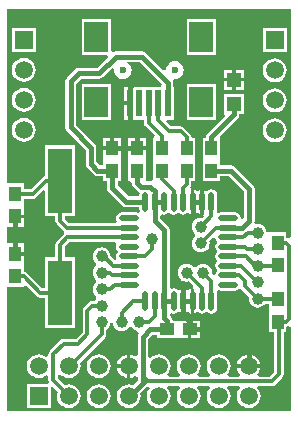
<source format=gtl>
%FSLAX44Y44*%
%MOMM*%
G71*
G01*
G75*
G04 Layer_Physical_Order=1*
G04 Layer_Color=255*
%ADD10R,1.2000X1.2000*%
%ADD11R,1.0000X1.3000*%
%ADD12R,2.0000X5.5000*%
%ADD13O,0.5000X1.6500*%
%ADD14O,1.6500X0.5000*%
%ADD15R,1.3000X1.0000*%
%ADD16R,2.0000X2.5000*%
%ADD17R,0.5000X2.3000*%
%ADD18C,0.3000*%
%ADD19C,0.4000*%
%ADD20C,0.2000*%
%ADD21C,1.5000*%
%ADD22R,1.5000X1.5000*%
%ADD23R,1.5000X1.5000*%
%ADD24C,0.6000*%
%ADD25C,1.0000*%
G36*
X245000Y152093D02*
X243236Y151151D01*
X243061Y151268D01*
X242802Y151319D01*
X241500Y151578D01*
Y156500D01*
X226500D01*
Y156500D01*
X224499D01*
X224307Y157958D01*
X223551Y159782D01*
X222349Y161349D01*
X220782Y162551D01*
X218958Y163307D01*
X217000Y163565D01*
X215728Y163397D01*
X214361Y164857D01*
X214588Y166000D01*
Y193000D01*
X214239Y194756D01*
X213244Y196244D01*
X197744Y211744D01*
X196256Y212739D01*
X194500Y213088D01*
X185500D01*
Y217086D01*
X185500D01*
X185500Y217086D01*
X185500Y217500D01*
Y218000D01*
Y218500D01*
X185500Y218914D01*
X185500Y218914D01*
X185500D01*
Y236500D01*
X185500Y236500D01*
X185500D01*
X185057Y237569D01*
X200244Y252756D01*
X201239Y254244D01*
X201588Y256000D01*
X201588Y256000D01*
Y256000D01*
Y256000D01*
X201588D01*
X201588D01*
X201588Y256000D01*
X205500D01*
Y273000D01*
X188500D01*
Y256000D01*
X188500Y256000D01*
X188500D01*
X189089Y254578D01*
X174756Y240244D01*
X173761Y238756D01*
X173412Y237000D01*
Y236500D01*
X170500D01*
Y218914D01*
X170500D01*
X170500Y218914D01*
X170500Y218500D01*
Y217500D01*
D01*
D01*
X170500D01*
Y199500D01*
X185500D01*
Y203912D01*
X192600D01*
X205412Y191099D01*
Y169066D01*
X203866Y167798D01*
X202848Y168000D01*
X202460Y169951D01*
X201355Y171605D01*
X199701Y172710D01*
X197750Y173098D01*
X186250D01*
X184299Y172710D01*
X183842Y172405D01*
X183590Y172540D01*
X182358Y173772D01*
X182710Y174299D01*
X183098Y176250D01*
Y187750D01*
X182710Y189701D01*
X181605Y191355D01*
X179951Y192460D01*
X178000Y192848D01*
X176049Y192460D01*
X174395Y191355D01*
X173605D01*
X171951Y192460D01*
X171500Y192550D01*
Y181998D01*
Y171450D01*
X170846Y171320D01*
X171539Y170025D01*
X170400Y168380D01*
X169000Y168565D01*
X167042Y168307D01*
X165218Y167551D01*
X163651Y166349D01*
X162449Y164782D01*
X161693Y162958D01*
X161435Y161000D01*
X161693Y159042D01*
X162449Y157218D01*
X163651Y155651D01*
X164499Y155000D01*
Y153000D01*
X163651Y152349D01*
X162449Y150782D01*
X161693Y148958D01*
X161435Y147000D01*
X161693Y145042D01*
X162449Y143218D01*
X163651Y141651D01*
X165218Y140449D01*
X167042Y139693D01*
X169000Y139435D01*
X170958Y139693D01*
X172782Y140449D01*
X174349Y141651D01*
X175551Y143218D01*
X176307Y145042D01*
X176565Y147000D01*
X176356Y148588D01*
X179422Y151655D01*
X181336Y151074D01*
X181540Y150049D01*
X182645Y148395D01*
Y147605D01*
X181540Y145951D01*
X181152Y144000D01*
X181540Y142049D01*
X182645Y140395D01*
Y139605D01*
X181540Y137951D01*
X181152Y136000D01*
X181540Y134049D01*
X182645Y132395D01*
Y131605D01*
X181540Y129951D01*
X181152Y128000D01*
X181540Y126049D01*
X182645Y124395D01*
Y123605D01*
X181540Y121951D01*
X181170Y120092D01*
X180326Y119836D01*
X179909Y119753D01*
X178449Y121120D01*
X178565Y122000D01*
X178307Y123958D01*
X177551Y125782D01*
X176349Y127349D01*
X174782Y128551D01*
X172958Y129307D01*
X171000Y129565D01*
X169042Y129307D01*
X167218Y128551D01*
X165651Y127349D01*
X165000Y126501D01*
X163000D01*
X162349Y127349D01*
X160782Y128551D01*
X158958Y129307D01*
X157000Y129565D01*
X155042Y129307D01*
X153218Y128551D01*
X151651Y127349D01*
X150449Y125782D01*
X149693Y123958D01*
X149435Y122000D01*
X149693Y120042D01*
X150449Y118218D01*
X151651Y116651D01*
X153218Y115449D01*
X155042Y114693D01*
X157000Y114435D01*
X158588Y114644D01*
X162396Y110837D01*
X162164Y109674D01*
X161908Y108830D01*
X162000Y108848D01*
X163500Y108550D01*
Y97998D01*
Y87450D01*
X163951Y87540D01*
X165605Y88645D01*
X166395D01*
X168049Y87540D01*
X170000Y87152D01*
X171951Y87540D01*
X173605Y88645D01*
X174395D01*
X176049Y87540D01*
X178000Y87152D01*
X179951Y87540D01*
X181605Y88645D01*
X182710Y90299D01*
X183098Y92250D01*
Y103750D01*
X182710Y105701D01*
X182358Y106228D01*
X183590Y107460D01*
X183842Y107595D01*
X184299Y107290D01*
X186250Y106902D01*
X197750D01*
X199701Y107290D01*
X201355Y108395D01*
X201355Y108395D01*
X201355Y108395D01*
X202232Y109439D01*
D01*
D01*
X203116Y108116D01*
X209644Y101588D01*
X209435Y100000D01*
X209693Y98042D01*
X210449Y96218D01*
X211651Y94651D01*
X213218Y93449D01*
X215042Y92693D01*
X217000Y92435D01*
X218958Y92693D01*
X220782Y93449D01*
X222349Y94651D01*
X223324Y95922D01*
X226500D01*
Y90500D01*
X226500Y90500D01*
X226500Y89500D01*
X226500D01*
Y71500D01*
X230922D01*
Y37689D01*
X227311Y34078D01*
X217986D01*
X217014Y35345D01*
X216754Y35872D01*
X218285Y37867D01*
X219293Y40300D01*
X219439Y41410D01*
X199661D01*
X199807Y40300D01*
X200815Y37867D01*
X202346Y35872D01*
X202086Y35345D01*
X201114Y34078D01*
X192586D01*
X191614Y35345D01*
X191354Y35872D01*
X192885Y37867D01*
X193893Y40300D01*
X194236Y42910D01*
X193893Y45521D01*
X192885Y47953D01*
X191282Y50042D01*
X189193Y51645D01*
X186761Y52653D01*
X184150Y52996D01*
X181539Y52653D01*
X179107Y51645D01*
X177018Y50042D01*
X175415Y47953D01*
X174407Y45521D01*
X174064Y42910D01*
X174407Y40300D01*
X175415Y37867D01*
X176946Y35872D01*
X176686Y35345D01*
X175714Y34078D01*
X167186D01*
X166214Y35345D01*
X165954Y35872D01*
X167485Y37867D01*
X168493Y40300D01*
X168836Y42910D01*
X168493Y45521D01*
X167485Y47953D01*
X165882Y50042D01*
X163793Y51645D01*
X161360Y52653D01*
X158750Y52996D01*
X156139Y52653D01*
X153707Y51645D01*
X151618Y50042D01*
X150015Y47953D01*
X149007Y45521D01*
X148664Y42910D01*
X149007Y40300D01*
X150015Y37867D01*
X151546Y35872D01*
X151286Y35345D01*
X150314Y34078D01*
X141786D01*
X140814Y35345D01*
X140554Y35872D01*
X142085Y37867D01*
X143093Y40300D01*
X143436Y42910D01*
X143093Y45521D01*
X142085Y47953D01*
X140482Y50042D01*
X138393Y51645D01*
X135961Y52653D01*
X133350Y52996D01*
X130739Y52653D01*
X128307Y51645D01*
X126382Y50168D01*
X125464Y50620D01*
X124588Y51293D01*
Y66100D01*
X127900Y69412D01*
X131500D01*
Y66500D01*
X149500D01*
X149500Y66500D01*
Y66500D01*
X149500D01*
X150500D01*
X150914Y66500D01*
X150914Y66500D01*
Y66500D01*
X158000D01*
Y73998D01*
Y81500D01*
X150914D01*
Y81500D01*
X150914Y81500D01*
X150500Y81500D01*
X150000D01*
X149500D01*
X149086Y81500D01*
X149086Y81500D01*
Y81500D01*
X145088D01*
Y81500D01*
X144739Y83256D01*
X143744Y84744D01*
X142588Y85900D01*
Y86254D01*
X144134Y87523D01*
X146000Y87152D01*
X147951Y87540D01*
X149605Y88645D01*
X150395D01*
X152049Y87540D01*
X152500Y87450D01*
Y97998D01*
Y108550D01*
X152049Y108460D01*
X150395Y107355D01*
X149605D01*
X147951Y108460D01*
X146000Y108848D01*
X144134Y108477D01*
X142588Y109746D01*
Y158000D01*
X142239Y159756D01*
X141244Y161244D01*
X134588Y167901D01*
Y170254D01*
X136134Y171523D01*
X138000Y171152D01*
X139951Y171540D01*
X141605Y172645D01*
X142395D01*
X144049Y171540D01*
X146000Y171152D01*
X147951Y171540D01*
X149605Y172645D01*
X150395D01*
X152049Y171540D01*
X154000Y171152D01*
X155951Y171540D01*
X157605Y172645D01*
X158395D01*
X160049Y171540D01*
X160500Y171450D01*
Y181998D01*
Y192550D01*
X161292Y192708D01*
X160789Y193211D01*
X160034Y194341D01*
X160768Y195439D01*
X160819Y195698D01*
X161078Y197000D01*
X161078Y197000D01*
Y199500D01*
X164500D01*
Y217500D01*
D01*
Y217500D01*
X164500Y217500D01*
Y218500D01*
X164500D01*
Y236500D01*
X163578D01*
X161078Y237000D01*
X160819Y238302D01*
X160768Y238561D01*
X159884Y239884D01*
X154884Y244884D01*
X153561Y245768D01*
X153302Y245819D01*
X152000Y246078D01*
X152000Y246078D01*
X143689D01*
X139945Y249822D01*
X140711Y251670D01*
X146000D01*
Y279670D01*
X145588D01*
Y283000D01*
X145588Y283000D01*
X145588Y283000D01*
Y283000D01*
X145588D01*
X145588Y283000D01*
X145251Y284696D01*
X146618Y286156D01*
X147000Y286105D01*
X148958Y286363D01*
X150782Y287119D01*
X152349Y288321D01*
X153551Y289888D01*
X154307Y291712D01*
X154565Y293670D01*
X154307Y295628D01*
X153551Y297452D01*
X152349Y299019D01*
X150782Y300221D01*
X148958Y300977D01*
X147000Y301235D01*
X145042Y300977D01*
X143218Y300221D01*
X141651Y299019D01*
X140449Y297452D01*
X139693Y295628D01*
X139435Y293670D01*
X137123Y293366D01*
X122244Y308244D01*
X120756Y309239D01*
X119000Y309588D01*
X97000D01*
X95244Y309239D01*
X94764Y308918D01*
X93000Y309861D01*
Y336670D01*
X68000D01*
Y306670D01*
X89568D01*
X90334Y304822D01*
X81100Y295588D01*
X66000D01*
X64244Y295239D01*
X62756Y294244D01*
X55756Y287244D01*
X54761Y285756D01*
X54412Y284000D01*
X54412Y284000D01*
X54412D01*
X54412Y284000D01*
X54412D01*
Y245000D01*
X54412Y245000D01*
X54412D01*
X54761Y243244D01*
X55756Y241756D01*
X71412Y226099D01*
Y214000D01*
X71761Y212244D01*
X72756Y210756D01*
X78256Y205256D01*
X79744Y204261D01*
X81500Y203912D01*
X86500D01*
Y199500D01*
X89412D01*
Y194000D01*
X89412Y194000D01*
X89412D01*
X89761Y192244D01*
X90756Y190756D01*
X102756Y178756D01*
X102756D01*
X102756Y178756D01*
X102756D01*
X102756Y178756D01*
Y178756D01*
X102756Y178756D01*
Y178756D01*
X104244Y177761D01*
X106000Y177412D01*
X116902D01*
Y176250D01*
X117290Y174299D01*
X117642Y173772D01*
X116228Y172358D01*
X115701Y172710D01*
X113750Y173098D01*
X102250D01*
X100299Y172710D01*
X98645Y171605D01*
X97540Y169951D01*
X97152Y168000D01*
X97540Y166049D01*
X97678Y165842D01*
X96735Y164078D01*
X57689D01*
X53878Y167889D01*
Y169980D01*
X62300D01*
Y229980D01*
X37300D01*
Y203923D01*
X36678Y203799D01*
X36419Y203748D01*
X35096Y202864D01*
X24961Y192728D01*
X19200D01*
Y197650D01*
X5000D01*
Y345000D01*
X245000D01*
Y152093D01*
D02*
G37*
G36*
X37300Y190919D02*
Y169980D01*
X45722D01*
Y166200D01*
X45722Y166200D01*
X45981Y164898D01*
X46032Y164639D01*
X46916Y163316D01*
X46916Y163316D01*
X46916D01*
Y163316D01*
X46916Y163316D01*
X53116Y157116D01*
X53290Y157000D01*
Y155000D01*
X53116Y154884D01*
X46916Y148684D01*
X46032Y147361D01*
X45981Y147102D01*
X45722Y145800D01*
X45722Y145800D01*
Y134980D01*
X37300D01*
Y109058D01*
X34709D01*
X22034Y121734D01*
X20711Y122618D01*
X20452Y122669D01*
X19200Y122918D01*
Y127850D01*
D01*
Y127850D01*
X19200Y127850D01*
Y128850D01*
X19200D01*
Y136350D01*
X11697D01*
Y137847D01*
X10200D01*
Y146850D01*
X5000D01*
Y160650D01*
X10200D01*
Y169653D01*
X11697D01*
Y171150D01*
X19200D01*
Y178650D01*
D01*
Y178650D01*
X19200Y178650D01*
Y179650D01*
X19200D01*
Y184572D01*
X26650D01*
X26650Y184572D01*
X27952Y184831D01*
X28211Y184882D01*
X29534Y185766D01*
X29534Y185766D01*
X29534Y185766D01*
X35452Y191684D01*
X37300Y190919D01*
D02*
G37*
G36*
X97678Y146158D02*
X97540Y145951D01*
X97152Y144000D01*
X97540Y142049D01*
X98645Y140395D01*
Y139605D01*
X97540Y137951D01*
X97152Y136000D01*
X97540Y134049D01*
X97554Y134029D01*
X96008Y132760D01*
X92534Y136234D01*
X92307Y137958D01*
X91551Y139782D01*
X90349Y141349D01*
X88782Y142551D01*
X86958Y143307D01*
X85000Y143565D01*
X83042Y143307D01*
X81218Y142551D01*
X79651Y141349D01*
X78449Y139782D01*
X77693Y137958D01*
X77435Y136000D01*
X77693Y134042D01*
X78449Y132218D01*
X79651Y130651D01*
X80499Y130000D01*
Y128000D01*
X79651Y127349D01*
X78449Y125782D01*
X77693Y123958D01*
X77435Y122000D01*
X77693Y120042D01*
X78449Y118218D01*
X79651Y116651D01*
X80499Y116000D01*
Y114000D01*
X79651Y113349D01*
X78449Y111782D01*
X77693Y109958D01*
X77435Y108000D01*
X77693Y106042D01*
X78449Y104218D01*
X79651Y102651D01*
X80499Y102000D01*
Y100000D01*
X79651Y99349D01*
X78676Y98078D01*
X77000D01*
X75439Y97768D01*
X74116Y96884D01*
X74116Y96884D01*
X70116Y92884D01*
X69232Y91561D01*
X69181Y91302D01*
X68922Y90000D01*
X68922Y90000D01*
Y71689D01*
X63311Y66078D01*
X53000D01*
X53000Y66078D01*
X51698Y65819D01*
X51439Y65768D01*
X50116Y64884D01*
X50116Y64884D01*
X41116Y55884D01*
X40232Y54561D01*
X40181Y54302D01*
X39922Y53000D01*
X39922Y53000D01*
Y51505D01*
X38128Y50621D01*
X36793Y51645D01*
X34360Y52653D01*
X31750Y52996D01*
X29139Y52653D01*
X26707Y51645D01*
X24618Y50042D01*
X23015Y47953D01*
X22007Y45521D01*
X21664Y42910D01*
X22007Y40300D01*
X23015Y37867D01*
X24618Y35778D01*
X26707Y34175D01*
X29139Y33167D01*
X31750Y32824D01*
X34360Y33167D01*
X36793Y34175D01*
X38128Y35199D01*
X39922Y34315D01*
Y31000D01*
X39922Y31000D01*
X40181Y29698D01*
X40232Y29439D01*
X40343Y29274D01*
X39400Y27510D01*
X21750D01*
Y7510D01*
X41750D01*
Y24869D01*
X43598Y25635D01*
X47907Y21326D01*
X47407Y20120D01*
X47064Y17510D01*
X47407Y14899D01*
X48415Y12467D01*
X50018Y10378D01*
X52107Y8775D01*
X54539Y7767D01*
X57150Y7424D01*
X59760Y7767D01*
X62193Y8775D01*
X64282Y10378D01*
X65885Y12467D01*
X66893Y14899D01*
X67236Y17510D01*
X66893Y20120D01*
X65885Y22553D01*
X64282Y24642D01*
X62193Y26245D01*
X59760Y27253D01*
X57150Y27596D01*
X54539Y27253D01*
X53815Y26953D01*
X48078Y32689D01*
Y35195D01*
X49972Y35838D01*
X50018Y35778D01*
X52107Y34175D01*
X54539Y33167D01*
X57150Y32824D01*
X59760Y33167D01*
X62193Y34175D01*
X64282Y35778D01*
X65885Y37867D01*
X66893Y40300D01*
X67236Y42910D01*
X66893Y45521D01*
X66786Y45778D01*
X87884Y66876D01*
X87884Y66876D01*
X88768Y68199D01*
X89078Y69760D01*
Y73676D01*
X90349Y74651D01*
X91551Y76218D01*
X92307Y78042D01*
X92500Y79509D01*
X94500D01*
X94693Y78042D01*
X95449Y76218D01*
X96651Y74651D01*
X98218Y73449D01*
X100042Y72693D01*
X102000Y72435D01*
X103958Y72693D01*
X105782Y73449D01*
X107349Y74651D01*
X108500Y76151D01*
X110500D01*
X111651Y74651D01*
X113218Y73449D01*
X115042Y72693D01*
X115347Y72653D01*
X115833Y72168D01*
X116455Y70794D01*
X115761Y69756D01*
X115412Y68000D01*
Y52050D01*
X113618Y51165D01*
X112993Y51645D01*
X110561Y52653D01*
X109450Y52799D01*
Y42908D01*
Y33021D01*
X110561Y33167D01*
X112993Y34175D01*
X113618Y34655D01*
X115412Y33770D01*
Y30461D01*
X111723Y26771D01*
X110561Y27253D01*
X107950Y27596D01*
X105339Y27253D01*
X102907Y26245D01*
X100818Y24642D01*
X99215Y22553D01*
X98207Y20120D01*
X97864Y17510D01*
X98207Y14899D01*
X99215Y12467D01*
X100818Y10378D01*
X102907Y8775D01*
X105339Y7767D01*
X107950Y7424D01*
X110561Y7767D01*
X112993Y8775D01*
X115082Y10378D01*
X116685Y12467D01*
X117693Y14899D01*
X118036Y17510D01*
X117734Y19805D01*
X123244Y25316D01*
X123365Y25437D01*
X125339Y25111D01*
X125823Y24128D01*
X124615Y22553D01*
X123607Y20120D01*
X123264Y17510D01*
X123607Y14899D01*
X124615Y12467D01*
X126218Y10378D01*
X128307Y8775D01*
X130739Y7767D01*
X133350Y7424D01*
X135961Y7767D01*
X138393Y8775D01*
X140482Y10378D01*
X142085Y12467D01*
X143093Y14899D01*
X143436Y17510D01*
X143093Y20120D01*
X142085Y22553D01*
X140482Y24642D01*
X140916Y25922D01*
X150339D01*
X151223Y24128D01*
X150015Y22553D01*
X149007Y20120D01*
X148664Y17510D01*
X149007Y14899D01*
X150015Y12467D01*
X151618Y10378D01*
X153707Y8775D01*
X156139Y7767D01*
X158750Y7424D01*
X161360Y7767D01*
X163793Y8775D01*
X165882Y10378D01*
X167485Y12467D01*
X168493Y14899D01*
X168836Y17510D01*
X168493Y20120D01*
X167485Y22553D01*
X165882Y24642D01*
X166316Y25922D01*
X175739D01*
X176623Y24128D01*
X175415Y22553D01*
X174407Y20120D01*
X174064Y17510D01*
X174407Y14899D01*
X175415Y12467D01*
X177018Y10378D01*
X179107Y8775D01*
X181539Y7767D01*
X184150Y7424D01*
X186761Y7767D01*
X189193Y8775D01*
X191282Y10378D01*
X192885Y12467D01*
X193893Y14899D01*
X194236Y17510D01*
X193893Y20120D01*
X192885Y22553D01*
X191282Y24642D01*
X191716Y25922D01*
X201139D01*
X202023Y24128D01*
X200815Y22553D01*
X199807Y20120D01*
X199464Y17510D01*
X199807Y14899D01*
X200815Y12467D01*
X202418Y10378D01*
X204507Y8775D01*
X206940Y7767D01*
X209550Y7424D01*
X212160Y7767D01*
X214593Y8775D01*
X216682Y10378D01*
X218285Y12467D01*
X219293Y14899D01*
X219636Y17510D01*
X219293Y20120D01*
X218285Y22553D01*
X216682Y24642D01*
X217116Y25922D01*
X229000D01*
X229000Y25922D01*
X230302Y26181D01*
X230561Y26232D01*
X231884Y27116D01*
X231884Y27116D01*
X231884Y27116D01*
X237884Y33116D01*
X237884Y33116D01*
X238768Y34439D01*
X239078Y36000D01*
Y71500D01*
X241500D01*
Y76422D01*
X241500Y76422D01*
X242802Y76681D01*
X243061Y76732D01*
X243236Y76849D01*
X245000Y75907D01*
Y5000D01*
X5000D01*
Y109850D01*
X19200D01*
Y110419D01*
X21048Y111185D01*
X30136Y102096D01*
X30136Y102096D01*
X31459Y101212D01*
X31718Y101161D01*
X33020Y100902D01*
X33020Y100902D01*
X37300D01*
Y74980D01*
X62300D01*
Y134980D01*
X53878D01*
Y144111D01*
X57689Y147922D01*
X96735D01*
X97678Y146158D01*
D02*
G37*
G36*
X135994Y281518D02*
X135228Y279670D01*
X110500D01*
Y265667D01*
Y251670D01*
X120922D01*
Y249000D01*
X120922Y249000D01*
X121181Y247698D01*
X121233Y247439D01*
X122117Y246116D01*
X129885Y238348D01*
X129119Y236500D01*
X128500D01*
Y218500D01*
X128500Y218500D01*
X128500Y217500D01*
X128500D01*
Y200667D01*
X126954Y199398D01*
X126000Y199588D01*
X122500D01*
Y217086D01*
X122500D01*
X122500Y217086D01*
X122500Y217500D01*
Y218000D01*
Y218500D01*
X122500Y218914D01*
X122500Y218914D01*
X122500D01*
Y226000D01*
X107500D01*
Y218914D01*
X107500D01*
X107500Y218914D01*
X107500Y218500D01*
Y217500D01*
D01*
D01*
X107500D01*
Y199500D01*
X108912D01*
X110412Y198000D01*
X110412Y198000D01*
D01*
X110761Y196244D01*
X111756Y194756D01*
X114756Y191756D01*
X116244Y190761D01*
X116244Y190761D01*
X116244D01*
X117290Y189701D01*
D01*
X117290D01*
X116902Y187750D01*
Y186588D01*
X107900D01*
X98588Y195900D01*
Y199500D01*
X101500D01*
Y217086D01*
X101500D01*
X101500Y217086D01*
X101500Y217500D01*
Y218000D01*
Y218500D01*
X101500Y218914D01*
X101500Y218914D01*
X101500D01*
Y226000D01*
X86500D01*
Y218914D01*
X86500D01*
X86500Y218914D01*
X86500Y218500D01*
Y217500D01*
D01*
D01*
X86500D01*
Y213088D01*
X83400D01*
X80588Y215900D01*
Y228000D01*
X80239Y229756D01*
X79244Y231244D01*
X63588Y246901D01*
Y282099D01*
X67901Y286412D01*
X83000D01*
X84756Y286761D01*
X86244Y287756D01*
X93733Y295245D01*
X95527Y294360D01*
X95436Y293670D01*
X95694Y291712D01*
X96450Y289888D01*
X97652Y288321D01*
X99219Y287119D01*
X101043Y286363D01*
X103001Y286105D01*
X104959Y286363D01*
X106783Y287119D01*
X108350Y288321D01*
X109552Y289888D01*
X110308Y291712D01*
X110566Y293670D01*
X110308Y295628D01*
X109552Y297452D01*
X108350Y299019D01*
X106783Y300221D01*
X106821Y300412D01*
X117100D01*
X135994Y281518D01*
D02*
G37*
%LPC*%
G36*
X19200Y168150D02*
X13200D01*
Y160650D01*
X19200D01*
Y168150D01*
D02*
G37*
G36*
Y146850D02*
X13200D01*
Y139350D01*
X19200D01*
Y146850D01*
D02*
G37*
G36*
X113500Y236500D02*
X107500D01*
Y229000D01*
X113500D01*
Y236500D01*
D02*
G37*
G36*
X168500Y192550D02*
X168049Y192460D01*
X166395Y191355D01*
X165605D01*
X163951Y192460D01*
X163500Y192550D01*
Y181998D01*
Y171450D01*
X163951Y171540D01*
X165605Y172645D01*
X166395D01*
X168049Y171540D01*
X168500Y171450D01*
Y181998D01*
Y192550D01*
D02*
G37*
G36*
X92500Y236500D02*
X86500D01*
Y229000D01*
X92500D01*
Y236500D01*
D02*
G37*
G36*
X101500D02*
X95500D01*
Y229000D01*
X101500D01*
Y236500D01*
D02*
G37*
G36*
X160500Y108550D02*
X160049Y108460D01*
X158395Y107355D01*
X157605D01*
X155951Y108460D01*
X155500Y108550D01*
Y97998D01*
Y87450D01*
X155951Y87540D01*
X157605Y88645D01*
X158395D01*
X160049Y87540D01*
X160500Y87450D01*
Y97998D01*
Y108550D01*
D02*
G37*
G36*
X106450Y41410D02*
X98061D01*
X98207Y40300D01*
X99215Y37867D01*
X100818Y35778D01*
X102907Y34175D01*
X105339Y33167D01*
X106450Y33021D01*
Y41410D01*
D02*
G37*
G36*
Y52799D02*
X105339Y52653D01*
X102907Y51645D01*
X100818Y50042D01*
X99215Y47953D01*
X98207Y45521D01*
X98061Y44410D01*
X106450D01*
Y52799D01*
D02*
G37*
G36*
X82550Y27596D02*
X79939Y27253D01*
X77507Y26245D01*
X75418Y24642D01*
X73815Y22553D01*
X72807Y20120D01*
X72464Y17510D01*
X72807Y14899D01*
X73815Y12467D01*
X75418Y10378D01*
X77507Y8775D01*
X79939Y7767D01*
X82550Y7424D01*
X85161Y7767D01*
X87593Y8775D01*
X89682Y10378D01*
X91285Y12467D01*
X92293Y14899D01*
X92636Y17510D01*
X92293Y20120D01*
X91285Y22553D01*
X89682Y24642D01*
X87593Y26245D01*
X85161Y27253D01*
X82550Y27596D01*
D02*
G37*
G36*
Y52996D02*
X79939Y52653D01*
X77507Y51645D01*
X75418Y50042D01*
X73815Y47953D01*
X72807Y45521D01*
X72464Y42910D01*
X72807Y40300D01*
X73815Y37867D01*
X75418Y35778D01*
X77507Y34175D01*
X79939Y33167D01*
X82550Y32824D01*
X85161Y33167D01*
X87593Y34175D01*
X89682Y35778D01*
X91285Y37867D01*
X92293Y40300D01*
X92636Y42910D01*
X92293Y45521D01*
X91285Y47953D01*
X89682Y50042D01*
X87593Y51645D01*
X85161Y52653D01*
X82550Y52996D01*
D02*
G37*
G36*
X168500Y72500D02*
X161000D01*
Y66500D01*
X168500D01*
Y72500D01*
D02*
G37*
G36*
Y81500D02*
X161000D01*
Y75500D01*
X168500D01*
Y81500D01*
D02*
G37*
G36*
X208050Y52799D02*
X206940Y52653D01*
X204507Y51645D01*
X202418Y50042D01*
X200815Y47953D01*
X199807Y45521D01*
X199661Y44410D01*
X208050D01*
Y52799D01*
D02*
G37*
G36*
X211050D02*
Y44410D01*
X219439D01*
X219293Y45521D01*
X218285Y47953D01*
X216682Y50042D01*
X214593Y51645D01*
X212160Y52653D01*
X211050Y52799D01*
D02*
G37*
G36*
X122500Y236500D02*
X116500D01*
Y229000D01*
X122500D01*
Y236500D01*
D02*
G37*
G36*
X19050Y303886D02*
X16439Y303543D01*
X14007Y302535D01*
X11918Y300932D01*
X10315Y298843D01*
X9307Y296411D01*
X8964Y293800D01*
X9307Y291189D01*
X10315Y288757D01*
X11918Y286668D01*
X14007Y285065D01*
X16439Y284057D01*
X19050Y283714D01*
X21660Y284057D01*
X24093Y285065D01*
X26182Y286668D01*
X27785Y288757D01*
X28793Y291189D01*
X29136Y293800D01*
X28793Y296411D01*
X27785Y298843D01*
X26182Y300932D01*
X24093Y302535D01*
X21660Y303543D01*
X19050Y303886D01*
D02*
G37*
G36*
X195500Y294000D02*
X188500D01*
Y287000D01*
X195500D01*
Y294000D01*
D02*
G37*
G36*
X205500Y284000D02*
X198500D01*
Y277000D01*
X205500D01*
Y284000D01*
D02*
G37*
G36*
X231600Y303536D02*
X228990Y303193D01*
X226557Y302185D01*
X224468Y300582D01*
X222865Y298493D01*
X221857Y296061D01*
X221514Y293450D01*
X221857Y290840D01*
X222865Y288407D01*
X224468Y286318D01*
X226557Y284715D01*
X228990Y283707D01*
X231600Y283364D01*
X234210Y283707D01*
X236643Y284715D01*
X238732Y286318D01*
X240335Y288407D01*
X241343Y290840D01*
X241686Y293450D01*
X241343Y296061D01*
X240335Y298493D01*
X238732Y300582D01*
X236643Y302185D01*
X234210Y303193D01*
X231600Y303536D01*
D02*
G37*
G36*
X241600Y328850D02*
X221600D01*
Y308850D01*
X241600D01*
Y328850D01*
D02*
G37*
G36*
X29050Y329200D02*
X9050D01*
Y309200D01*
X29050D01*
Y329200D01*
D02*
G37*
G36*
X205500Y294000D02*
X198500D01*
Y287000D01*
X205500D01*
Y294000D01*
D02*
G37*
G36*
X182000Y336670D02*
X157000D01*
Y306670D01*
X182000D01*
Y336670D01*
D02*
G37*
G36*
X195500Y284000D02*
X188500D01*
Y277000D01*
X195500D01*
Y284000D01*
D02*
G37*
G36*
X93000Y281670D02*
X68000D01*
Y251670D01*
X93000D01*
Y281670D01*
D02*
G37*
G36*
X107500Y264170D02*
X104001D01*
Y251670D01*
X107500D01*
Y264170D01*
D02*
G37*
G36*
X231600Y252736D02*
X228990Y252393D01*
X226557Y251385D01*
X224468Y249782D01*
X222865Y247693D01*
X221857Y245261D01*
X221514Y242650D01*
X221857Y240040D01*
X222865Y237607D01*
X224468Y235518D01*
X226557Y233915D01*
X228990Y232907D01*
X231600Y232564D01*
X234210Y232907D01*
X236643Y233915D01*
X238732Y235518D01*
X240335Y237607D01*
X241343Y240040D01*
X241686Y242650D01*
X241343Y245261D01*
X240335Y247693D01*
X238732Y249782D01*
X236643Y251385D01*
X234210Y252393D01*
X231600Y252736D01*
D02*
G37*
G36*
X19050Y253086D02*
X16439Y252743D01*
X14007Y251735D01*
X11918Y250132D01*
X10315Y248043D01*
X9307Y245611D01*
X8964Y243000D01*
X9307Y240389D01*
X10315Y237957D01*
X11918Y235868D01*
X14007Y234265D01*
X16439Y233257D01*
X19050Y232914D01*
X21660Y233257D01*
X24093Y234265D01*
X26182Y235868D01*
X27785Y237957D01*
X28793Y240389D01*
X29136Y243000D01*
X28793Y245611D01*
X27785Y248043D01*
X26182Y250132D01*
X24093Y251735D01*
X21660Y252743D01*
X19050Y253086D01*
D02*
G37*
G36*
Y278486D02*
X16439Y278143D01*
X14007Y277135D01*
X11918Y275532D01*
X10315Y273443D01*
X9307Y271010D01*
X8964Y268400D01*
X9307Y265790D01*
X10315Y263357D01*
X11918Y261268D01*
X14007Y259665D01*
X16439Y258657D01*
X19050Y258314D01*
X21660Y258657D01*
X24093Y259665D01*
X26182Y261268D01*
X27785Y263357D01*
X28793Y265790D01*
X29136Y268400D01*
X28793Y271010D01*
X27785Y273443D01*
X26182Y275532D01*
X24093Y277135D01*
X21660Y278143D01*
X19050Y278486D01*
D02*
G37*
G36*
X107500Y279670D02*
X104001D01*
Y267170D01*
X107500D01*
Y279670D01*
D02*
G37*
G36*
X182000Y281670D02*
X157000D01*
Y251670D01*
X182000D01*
Y281670D01*
D02*
G37*
G36*
X231600Y278136D02*
X228990Y277793D01*
X226557Y276785D01*
X224468Y275182D01*
X222865Y273093D01*
X221857Y270660D01*
X221514Y268050D01*
X221857Y265439D01*
X222865Y263007D01*
X224468Y260918D01*
X226557Y259315D01*
X228990Y258307D01*
X231600Y257964D01*
X234210Y258307D01*
X236643Y259315D01*
X238732Y260918D01*
X240335Y263007D01*
X241343Y265439D01*
X241686Y268050D01*
X241343Y270660D01*
X240335Y273093D01*
X238732Y275182D01*
X236643Y276785D01*
X234210Y277793D01*
X231600Y278136D01*
D02*
G37*
%LPD*%
D10*
X197000Y285500D02*
D03*
Y264500D02*
D03*
D11*
X11700Y188650D02*
D03*
Y169650D02*
D03*
Y118850D02*
D03*
Y137850D02*
D03*
X136000Y208500D02*
D03*
Y227500D02*
D03*
X157000Y208500D02*
D03*
Y227500D02*
D03*
X234000Y80500D02*
D03*
Y99500D02*
D03*
X94000Y227500D02*
D03*
Y208500D02*
D03*
X115000Y227500D02*
D03*
Y208500D02*
D03*
X178000Y227500D02*
D03*
Y208500D02*
D03*
X234000Y147500D02*
D03*
Y128500D02*
D03*
D12*
X49800Y104980D02*
D03*
Y199980D02*
D03*
D13*
X122000Y98000D02*
D03*
X130000D02*
D03*
X138000D02*
D03*
X146000D02*
D03*
X154000D02*
D03*
X162000D02*
D03*
X170000D02*
D03*
X178000D02*
D03*
Y182000D02*
D03*
X170000D02*
D03*
X162000D02*
D03*
X154000D02*
D03*
X146000D02*
D03*
X138000D02*
D03*
X130000D02*
D03*
X122000D02*
D03*
D14*
X192000Y112000D02*
D03*
Y120000D02*
D03*
Y128000D02*
D03*
Y136000D02*
D03*
Y144000D02*
D03*
Y152000D02*
D03*
Y160000D02*
D03*
Y168000D02*
D03*
X108000D02*
D03*
Y160000D02*
D03*
Y152000D02*
D03*
Y144000D02*
D03*
Y136000D02*
D03*
Y128000D02*
D03*
Y120000D02*
D03*
Y112000D02*
D03*
D15*
X159500Y74000D02*
D03*
X140500D02*
D03*
D16*
X80500Y321670D02*
D03*
X169500D02*
D03*
Y266670D02*
D03*
X80500D02*
D03*
D17*
X141000Y265670D02*
D03*
X133000D02*
D03*
X125000D02*
D03*
X117001D02*
D03*
X109001D02*
D03*
D18*
X128000Y142000D02*
Y151000D01*
X122000Y136000D02*
X128000Y142000D01*
X108000Y136000D02*
X122000D01*
X49800Y166200D02*
Y199980D01*
Y166200D02*
X56000Y160000D01*
X108000D01*
X49800Y104980D02*
Y145800D01*
X56000Y152000D01*
X108000D01*
X157000Y227500D02*
Y237000D01*
X133000Y251000D02*
Y265670D01*
X146000Y182000D02*
Y191000D01*
X136000Y201000D02*
X146000Y191000D01*
X136000Y201000D02*
Y208500D01*
X11700Y188650D02*
X26650D01*
X37980Y199980D01*
X49800D01*
X11700Y118850D02*
X19150D01*
X33020Y104980D01*
X49800D01*
X192000Y152000D02*
X205000D01*
X209000Y156000D01*
X217000D01*
X192000Y144000D02*
X206000D01*
X208000Y142000D01*
X217000D01*
X206000Y111000D02*
X217000Y100000D01*
X192000Y120000D02*
X201000D01*
X206000Y115000D01*
Y111000D02*
Y115000D01*
X192000Y128000D02*
X203000D01*
X216000Y115000D01*
X192000Y136000D02*
X207000D01*
X215000Y128000D01*
X217000D01*
X178000Y170000D02*
Y182000D01*
X169000Y161000D02*
X178000Y170000D01*
X216000Y115000D02*
X217000D01*
X73000Y70000D02*
Y90000D01*
X77000Y94000D01*
X85000D01*
X217000Y128000D02*
X234000D01*
X217000Y100000D02*
X234000D01*
X235000Y147500D02*
X241500D01*
X244000Y145000D01*
Y83000D02*
Y145000D01*
X241500Y80500D02*
X244000Y83000D01*
X234000Y80500D02*
X235000D01*
X241500D01*
X85000Y108000D02*
X92000D01*
X96000Y112000D01*
X108000D01*
X85000Y122000D02*
X92000D01*
X94000Y120000D01*
X108000D01*
X85000Y136000D02*
X87000D01*
X95000Y128000D01*
X108000D01*
X178000Y98000D02*
Y115000D01*
X171000Y122000D02*
X178000Y115000D01*
X159000Y120000D02*
X170000Y109000D01*
Y98000D02*
Y109000D01*
X118235Y80000D02*
X125000D01*
X130000Y85000D01*
Y98000D01*
X102000Y80000D02*
Y88000D01*
X112000Y98000D01*
X122000D01*
X157000Y120000D02*
X159000D01*
X169500Y146500D02*
Y147500D01*
X182000Y160000D01*
X192000D01*
X44000Y31000D02*
Y53000D01*
Y31000D02*
X57150Y17850D01*
Y16510D02*
Y17850D01*
Y41910D02*
X85000Y69760D01*
Y80000D01*
X44000Y53000D02*
X53000Y62000D01*
X65000D01*
X73000Y70000D01*
X229000Y30000D02*
X235000Y36000D01*
X120000Y34000D02*
X124000Y30000D01*
X121440D02*
X124000D01*
X229000D01*
X235000Y36000D02*
Y80500D01*
Y81500D02*
X235500Y81000D01*
X235000Y80500D02*
Y81500D01*
X125000Y249000D02*
Y265670D01*
Y249000D02*
X136000Y238000D01*
Y227500D02*
Y238000D01*
X154000Y182000D02*
Y194000D01*
X157000Y197000D01*
Y208500D01*
X133000Y251000D02*
X142000Y242000D01*
X152000D01*
X157000Y237000D01*
D19*
X130000Y182000D02*
Y191000D01*
X126000Y195000D02*
X130000Y191000D01*
Y182000D02*
X138000D01*
X120000Y68000D02*
X126000Y74000D01*
X140500D01*
X138000Y84000D02*
X140500Y81500D01*
X138000Y84000D02*
Y98000D01*
X140500Y74000D02*
Y81500D01*
X138000Y98000D02*
X146000D01*
X154000D02*
X162000D01*
X159500Y74000D02*
Y80500D01*
X154000Y86000D02*
X159500Y80500D01*
X154000Y86000D02*
Y98000D01*
X209550Y42910D02*
Y58450D01*
X194000Y74000D02*
X209550Y58450D01*
X159500Y74000D02*
X194000D01*
X118000Y195000D02*
X126000D01*
X115000Y198000D02*
X118000Y195000D01*
X115000Y198000D02*
Y208500D01*
X94000Y227500D02*
X115000D01*
X109001Y246000D02*
Y265670D01*
Y246000D02*
X115000Y240000D01*
Y227500D02*
Y240000D01*
X141000Y265670D02*
Y283000D01*
X119000Y305000D02*
X141000Y283000D01*
X97000Y305000D02*
X119000D01*
X83000Y291000D02*
X97000Y305000D01*
X66000Y291000D02*
X83000D01*
X59000Y284000D02*
X66000Y291000D01*
X76000Y214000D02*
X81500Y208500D01*
X94000D01*
X11700Y137850D02*
Y154000D01*
Y169650D01*
Y154000D02*
X36000D01*
X178000Y208500D02*
X194500D01*
X178000Y227500D02*
Y237000D01*
X197000Y256000D01*
Y264500D01*
X162000Y182000D02*
X170000D01*
X194500Y208500D02*
X210000Y193000D01*
X192000Y160000D02*
X204000D01*
X210000Y166000D01*
Y193000D01*
X162000Y171000D02*
Y182000D01*
X94000Y194000D02*
Y208500D01*
Y194000D02*
X106000Y182000D01*
X122000D01*
X130000Y166000D02*
Y182000D01*
Y166000D02*
X138000Y158000D01*
Y98000D02*
Y158000D01*
X154000Y98000D02*
Y111000D01*
X146000Y119000D02*
X154000Y111000D01*
X146000Y119000D02*
Y155000D01*
X162000Y171000D01*
X59000Y245000D02*
Y284000D01*
Y245000D02*
X76000Y228000D01*
Y214000D02*
Y228000D01*
X107950Y16510D02*
X120000Y28560D01*
X121440Y30000D01*
X120000Y28560D02*
Y34000D01*
Y68000D01*
X109001Y265670D02*
Y279000D01*
X118000Y288000D01*
D20*
X168000Y200000D02*
Y236000D01*
X162000Y194000D02*
X168000Y200000D01*
X162000Y182000D02*
Y194000D01*
X188500Y285500D02*
X197000D01*
X168000Y236000D02*
X185000Y253000D01*
Y282000D01*
X188500Y285500D01*
D21*
X209550Y42910D02*
D03*
Y17510D02*
D03*
X184150Y42910D02*
D03*
Y17510D02*
D03*
X158750Y42910D02*
D03*
Y17510D02*
D03*
X133350Y42910D02*
D03*
Y17510D02*
D03*
X107950Y42910D02*
D03*
Y17510D02*
D03*
X82550Y42910D02*
D03*
Y17510D02*
D03*
X57150Y42910D02*
D03*
Y17510D02*
D03*
X31750Y42910D02*
D03*
X19050Y243000D02*
D03*
Y268400D02*
D03*
Y293800D02*
D03*
X231600Y242650D02*
D03*
Y268050D02*
D03*
Y293450D02*
D03*
D22*
X31750Y17510D02*
D03*
D23*
X19050Y319200D02*
D03*
X231600Y318850D02*
D03*
D24*
X103001Y293670D02*
D03*
X147000D02*
D03*
D25*
X36000Y154000D02*
D03*
X217000Y156000D02*
D03*
Y142000D02*
D03*
Y128000D02*
D03*
Y114000D02*
D03*
Y100000D02*
D03*
X169000Y147000D02*
D03*
Y161000D02*
D03*
X85000Y80000D02*
D03*
Y94000D02*
D03*
X128000Y151000D02*
D03*
X85000Y136000D02*
D03*
Y122000D02*
D03*
Y108000D02*
D03*
X157000Y122000D02*
D03*
X171000D02*
D03*
X102000Y80000D02*
D03*
X117000D02*
D03*
X118000Y288000D02*
D03*
X95000Y244000D02*
D03*
M02*

</source>
